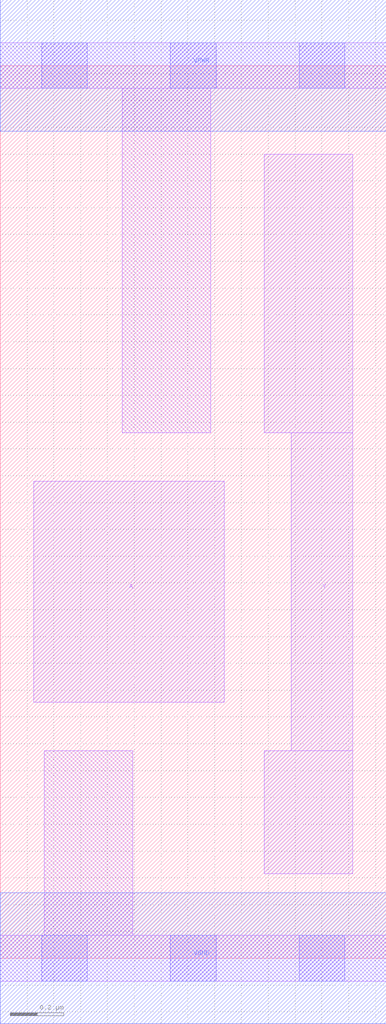
<source format=lef>
# Copyright 2020 The SkyWater PDK Authors
#
# Licensed under the Apache License, Version 2.0 (the "License");
# you may not use this file except in compliance with the License.
# You may obtain a copy of the License at
#
#     https://www.apache.org/licenses/LICENSE-2.0
#
# Unless required by applicable law or agreed to in writing, software
# distributed under the License is distributed on an "AS IS" BASIS,
# WITHOUT WARRANTIES OR CONDITIONS OF ANY KIND, either express or implied.
# See the License for the specific language governing permissions and
# limitations under the License.
#
# SPDX-License-Identifier: Apache-2.0

VERSION 5.7 ;
  NAMESCASESENSITIVE ON ;
  NOWIREEXTENSIONATPIN ON ;
  DIVIDERCHAR "/" ;
  BUSBITCHARS "[]" ;
UNITS
  DATABASE MICRONS 200 ;
END UNITS
MACRO sky130_fd_sc_lp__clkinv_lp2
  CLASS CORE ;
  SOURCE USER ;
  FOREIGN sky130_fd_sc_lp__clkinv_lp2 ;
  ORIGIN  0.000000  0.000000 ;
  SIZE  1.440000 BY  3.330000 ;
  SYMMETRY X Y R90 ;
  SITE unit ;
  PIN A
    ANTENNAGATEAREA  0.376000 ;
    DIRECTION INPUT ;
    USE SIGNAL ;
    PORT
      LAYER li1 ;
        RECT 0.125000 0.955000 0.835000 1.780000 ;
    END
  END A
  PIN Y
    ANTENNADIFFAREA  0.404700 ;
    DIRECTION OUTPUT ;
    USE SIGNAL ;
    PORT
      LAYER li1 ;
        RECT 0.985000 0.315000 1.315000 0.775000 ;
        RECT 0.985000 1.960000 1.315000 3.000000 ;
        RECT 1.085000 0.775000 1.315000 1.960000 ;
    END
  END Y
  PIN VGND
    DIRECTION INOUT ;
    USE GROUND ;
    PORT
      LAYER met1 ;
        RECT 0.000000 -0.245000 1.440000 0.245000 ;
    END
  END VGND
  PIN VPWR
    DIRECTION INOUT ;
    USE POWER ;
    PORT
      LAYER met1 ;
        RECT 0.000000 3.085000 1.440000 3.575000 ;
    END
  END VPWR
  OBS
    LAYER li1 ;
      RECT 0.000000 -0.085000 1.440000 0.085000 ;
      RECT 0.000000  3.245000 1.440000 3.415000 ;
      RECT 0.165000  0.085000 0.495000 0.775000 ;
      RECT 0.455000  1.960000 0.785000 3.245000 ;
    LAYER mcon ;
      RECT 0.155000 -0.085000 0.325000 0.085000 ;
      RECT 0.155000  3.245000 0.325000 3.415000 ;
      RECT 0.635000 -0.085000 0.805000 0.085000 ;
      RECT 0.635000  3.245000 0.805000 3.415000 ;
      RECT 1.115000 -0.085000 1.285000 0.085000 ;
      RECT 1.115000  3.245000 1.285000 3.415000 ;
  END
END sky130_fd_sc_lp__clkinv_lp2
END LIBRARY

</source>
